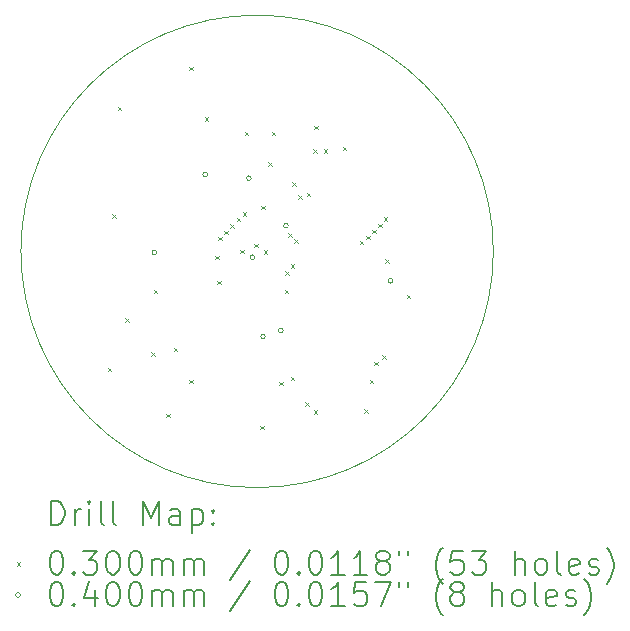
<source format=gbr>
%TF.GenerationSoftware,KiCad,Pcbnew,7.0.10-7.0.10~ubuntu22.04.1*%
%TF.CreationDate,2024-04-10T21:14:16+02:00*%
%TF.ProjectId,STM32_watch_NFC,53544d33-325f-4776-9174-63685f4e4643,rev?*%
%TF.SameCoordinates,Original*%
%TF.FileFunction,Drillmap*%
%TF.FilePolarity,Positive*%
%FSLAX45Y45*%
G04 Gerber Fmt 4.5, Leading zero omitted, Abs format (unit mm)*
G04 Created by KiCad (PCBNEW 7.0.10-7.0.10~ubuntu22.04.1) date 2024-04-10 21:14:16*
%MOMM*%
%LPD*%
G01*
G04 APERTURE LIST*
%ADD10C,0.100000*%
%ADD11C,0.200000*%
G04 APERTURE END LIST*
D10*
X16850000Y-10500000D02*
G75*
G03*
X12850000Y-10500000I-2000000J0D01*
G01*
X12850000Y-10500000D02*
G75*
G03*
X16850000Y-10500000I2000000J0D01*
G01*
D11*
D10*
X13585000Y-11485000D02*
X13615000Y-11515000D01*
X13615000Y-11485000D02*
X13585000Y-11515000D01*
X13625000Y-10185000D02*
X13655000Y-10215000D01*
X13655000Y-10185000D02*
X13625000Y-10215000D01*
X13670000Y-9275000D02*
X13700000Y-9305000D01*
X13700000Y-9275000D02*
X13670000Y-9305000D01*
X13734999Y-11065000D02*
X13764999Y-11095000D01*
X13764999Y-11065000D02*
X13734999Y-11095000D01*
X13955000Y-11355000D02*
X13985000Y-11385000D01*
X13985000Y-11355000D02*
X13955000Y-11385000D01*
X13975000Y-10825000D02*
X14005000Y-10855000D01*
X14005000Y-10825000D02*
X13975000Y-10855000D01*
X14080000Y-11875000D02*
X14110000Y-11905000D01*
X14110000Y-11875000D02*
X14080000Y-11905000D01*
X14145000Y-11315000D02*
X14175000Y-11345000D01*
X14175000Y-11315000D02*
X14145000Y-11345000D01*
X14275000Y-8935000D02*
X14305000Y-8965000D01*
X14305000Y-8935000D02*
X14275000Y-8965000D01*
X14275000Y-11585000D02*
X14305000Y-11615000D01*
X14305000Y-11585000D02*
X14275000Y-11615000D01*
X14405000Y-9365000D02*
X14435000Y-9395000D01*
X14435000Y-9365000D02*
X14405000Y-9395000D01*
X14495000Y-10535000D02*
X14525000Y-10565000D01*
X14525000Y-10535000D02*
X14495000Y-10565000D01*
X14510000Y-10750000D02*
X14540000Y-10780000D01*
X14540000Y-10750000D02*
X14510000Y-10780000D01*
X14519827Y-10375747D02*
X14549827Y-10405747D01*
X14549827Y-10375747D02*
X14519827Y-10405747D01*
X14570000Y-10325000D02*
X14600000Y-10355000D01*
X14600000Y-10325000D02*
X14570000Y-10355000D01*
X14620000Y-10270002D02*
X14650000Y-10300002D01*
X14650000Y-10270002D02*
X14620000Y-10300002D01*
X14676056Y-10215173D02*
X14706056Y-10245173D01*
X14706056Y-10215173D02*
X14676056Y-10245173D01*
X14705000Y-10485000D02*
X14735000Y-10515000D01*
X14735000Y-10485000D02*
X14705000Y-10515000D01*
X14729019Y-10166728D02*
X14759019Y-10196728D01*
X14759019Y-10166728D02*
X14729019Y-10196728D01*
X14745000Y-9485000D02*
X14775000Y-9515000D01*
X14775000Y-9485000D02*
X14745000Y-9515000D01*
X14825816Y-10435000D02*
X14855816Y-10465000D01*
X14855816Y-10435000D02*
X14825816Y-10465000D01*
X14875000Y-11975000D02*
X14905000Y-12005000D01*
X14905000Y-11975000D02*
X14875000Y-12005000D01*
X14885000Y-10115000D02*
X14915000Y-10145000D01*
X14915000Y-10115000D02*
X14885000Y-10145000D01*
X14906331Y-10491080D02*
X14936331Y-10521080D01*
X14936331Y-10491080D02*
X14906331Y-10521080D01*
X14945000Y-9745000D02*
X14975000Y-9775000D01*
X14975000Y-9745000D02*
X14945000Y-9775000D01*
X14975000Y-9485000D02*
X15005000Y-9515000D01*
X15005000Y-9485000D02*
X14975000Y-9515000D01*
X15035000Y-11605000D02*
X15065000Y-11635000D01*
X15065000Y-11605000D02*
X15035000Y-11635000D01*
X15085000Y-10825000D02*
X15115000Y-10855000D01*
X15115000Y-10825000D02*
X15085000Y-10855000D01*
X15087180Y-10667362D02*
X15117180Y-10697362D01*
X15117180Y-10667362D02*
X15087180Y-10697362D01*
X15115000Y-10345000D02*
X15145000Y-10375000D01*
X15145000Y-10345000D02*
X15115000Y-10375000D01*
X15133755Y-10608576D02*
X15163755Y-10638576D01*
X15163755Y-10608576D02*
X15133755Y-10638576D01*
X15135000Y-11560000D02*
X15165000Y-11590000D01*
X15165000Y-11560000D02*
X15135000Y-11590000D01*
X15145000Y-9915000D02*
X15175000Y-9945000D01*
X15175000Y-9915000D02*
X15145000Y-9945000D01*
X15165000Y-10395000D02*
X15195000Y-10425000D01*
X15195000Y-10395000D02*
X15165000Y-10425000D01*
X15199679Y-10026082D02*
X15229679Y-10056082D01*
X15229679Y-10026082D02*
X15199679Y-10056082D01*
X15255000Y-11775000D02*
X15285000Y-11805000D01*
X15285000Y-11775000D02*
X15255000Y-11805000D01*
X15269159Y-10002861D02*
X15299159Y-10032861D01*
X15299159Y-10002861D02*
X15269159Y-10032861D01*
X15325000Y-9635000D02*
X15355000Y-9665000D01*
X15355000Y-9635000D02*
X15325000Y-9665000D01*
X15330000Y-11845000D02*
X15360000Y-11875000D01*
X15360000Y-11845000D02*
X15330000Y-11875000D01*
X15335000Y-9435000D02*
X15365000Y-9465000D01*
X15365000Y-9435000D02*
X15335000Y-9465000D01*
X15415000Y-9635000D02*
X15445000Y-9665000D01*
X15445000Y-9635000D02*
X15415000Y-9665000D01*
X15575000Y-9615000D02*
X15605000Y-9645000D01*
X15605000Y-9615000D02*
X15575000Y-9645000D01*
X15719090Y-10409991D02*
X15749090Y-10439991D01*
X15749090Y-10409991D02*
X15719090Y-10439991D01*
X15755000Y-11835000D02*
X15785000Y-11865000D01*
X15785000Y-11835000D02*
X15755000Y-11865000D01*
X15773485Y-10365839D02*
X15803485Y-10395839D01*
X15803485Y-10365839D02*
X15773485Y-10395839D01*
X15805000Y-11585000D02*
X15835000Y-11615000D01*
X15835000Y-11585000D02*
X15805000Y-11615000D01*
X15824458Y-10317862D02*
X15854458Y-10347862D01*
X15854458Y-10317862D02*
X15824458Y-10347862D01*
X15840000Y-11435000D02*
X15870000Y-11465000D01*
X15870000Y-11435000D02*
X15840000Y-11465000D01*
X15873904Y-10265000D02*
X15903904Y-10295000D01*
X15903904Y-10265000D02*
X15873904Y-10295000D01*
X15910000Y-11380000D02*
X15940000Y-11410000D01*
X15940000Y-11380000D02*
X15910000Y-11410000D01*
X15920000Y-10210000D02*
X15950000Y-10240000D01*
X15950000Y-10210000D02*
X15920000Y-10240000D01*
X15935000Y-10565000D02*
X15965000Y-10595000D01*
X15965000Y-10565000D02*
X15935000Y-10595000D01*
X16115000Y-10865000D02*
X16145000Y-10895000D01*
X16145000Y-10865000D02*
X16115000Y-10895000D01*
X14000000Y-10510000D02*
G75*
G03*
X13960000Y-10510000I-20000J0D01*
G01*
X13960000Y-10510000D02*
G75*
G03*
X14000000Y-10510000I20000J0D01*
G01*
X14430000Y-9850000D02*
G75*
G03*
X14390000Y-9850000I-20000J0D01*
G01*
X14390000Y-9850000D02*
G75*
G03*
X14430000Y-9850000I20000J0D01*
G01*
X14800000Y-9880000D02*
G75*
G03*
X14760000Y-9880000I-20000J0D01*
G01*
X14760000Y-9880000D02*
G75*
G03*
X14800000Y-9880000I20000J0D01*
G01*
X14830000Y-10550000D02*
G75*
G03*
X14790000Y-10550000I-20000J0D01*
G01*
X14790000Y-10550000D02*
G75*
G03*
X14830000Y-10550000I20000J0D01*
G01*
X14920000Y-11220000D02*
G75*
G03*
X14880000Y-11220000I-20000J0D01*
G01*
X14880000Y-11220000D02*
G75*
G03*
X14920000Y-11220000I20000J0D01*
G01*
X15070000Y-11170000D02*
G75*
G03*
X15030000Y-11170000I-20000J0D01*
G01*
X15030000Y-11170000D02*
G75*
G03*
X15070000Y-11170000I20000J0D01*
G01*
X15114055Y-10282974D02*
G75*
G03*
X15074055Y-10282974I-20000J0D01*
G01*
X15074055Y-10282974D02*
G75*
G03*
X15114055Y-10282974I20000J0D01*
G01*
X16000000Y-10750000D02*
G75*
G03*
X15960000Y-10750000I-20000J0D01*
G01*
X15960000Y-10750000D02*
G75*
G03*
X16000000Y-10750000I20000J0D01*
G01*
D11*
X13105777Y-12816484D02*
X13105777Y-12616484D01*
X13105777Y-12616484D02*
X13153396Y-12616484D01*
X13153396Y-12616484D02*
X13181967Y-12626008D01*
X13181967Y-12626008D02*
X13201015Y-12645055D01*
X13201015Y-12645055D02*
X13210539Y-12664103D01*
X13210539Y-12664103D02*
X13220062Y-12702198D01*
X13220062Y-12702198D02*
X13220062Y-12730769D01*
X13220062Y-12730769D02*
X13210539Y-12768865D01*
X13210539Y-12768865D02*
X13201015Y-12787912D01*
X13201015Y-12787912D02*
X13181967Y-12806960D01*
X13181967Y-12806960D02*
X13153396Y-12816484D01*
X13153396Y-12816484D02*
X13105777Y-12816484D01*
X13305777Y-12816484D02*
X13305777Y-12683150D01*
X13305777Y-12721246D02*
X13315301Y-12702198D01*
X13315301Y-12702198D02*
X13324824Y-12692674D01*
X13324824Y-12692674D02*
X13343872Y-12683150D01*
X13343872Y-12683150D02*
X13362920Y-12683150D01*
X13429586Y-12816484D02*
X13429586Y-12683150D01*
X13429586Y-12616484D02*
X13420062Y-12626008D01*
X13420062Y-12626008D02*
X13429586Y-12635531D01*
X13429586Y-12635531D02*
X13439110Y-12626008D01*
X13439110Y-12626008D02*
X13429586Y-12616484D01*
X13429586Y-12616484D02*
X13429586Y-12635531D01*
X13553396Y-12816484D02*
X13534348Y-12806960D01*
X13534348Y-12806960D02*
X13524824Y-12787912D01*
X13524824Y-12787912D02*
X13524824Y-12616484D01*
X13658158Y-12816484D02*
X13639110Y-12806960D01*
X13639110Y-12806960D02*
X13629586Y-12787912D01*
X13629586Y-12787912D02*
X13629586Y-12616484D01*
X13886729Y-12816484D02*
X13886729Y-12616484D01*
X13886729Y-12616484D02*
X13953396Y-12759341D01*
X13953396Y-12759341D02*
X14020062Y-12616484D01*
X14020062Y-12616484D02*
X14020062Y-12816484D01*
X14201015Y-12816484D02*
X14201015Y-12711722D01*
X14201015Y-12711722D02*
X14191491Y-12692674D01*
X14191491Y-12692674D02*
X14172443Y-12683150D01*
X14172443Y-12683150D02*
X14134348Y-12683150D01*
X14134348Y-12683150D02*
X14115301Y-12692674D01*
X14201015Y-12806960D02*
X14181967Y-12816484D01*
X14181967Y-12816484D02*
X14134348Y-12816484D01*
X14134348Y-12816484D02*
X14115301Y-12806960D01*
X14115301Y-12806960D02*
X14105777Y-12787912D01*
X14105777Y-12787912D02*
X14105777Y-12768865D01*
X14105777Y-12768865D02*
X14115301Y-12749817D01*
X14115301Y-12749817D02*
X14134348Y-12740293D01*
X14134348Y-12740293D02*
X14181967Y-12740293D01*
X14181967Y-12740293D02*
X14201015Y-12730769D01*
X14296253Y-12683150D02*
X14296253Y-12883150D01*
X14296253Y-12692674D02*
X14315301Y-12683150D01*
X14315301Y-12683150D02*
X14353396Y-12683150D01*
X14353396Y-12683150D02*
X14372443Y-12692674D01*
X14372443Y-12692674D02*
X14381967Y-12702198D01*
X14381967Y-12702198D02*
X14391491Y-12721246D01*
X14391491Y-12721246D02*
X14391491Y-12778388D01*
X14391491Y-12778388D02*
X14381967Y-12797436D01*
X14381967Y-12797436D02*
X14372443Y-12806960D01*
X14372443Y-12806960D02*
X14353396Y-12816484D01*
X14353396Y-12816484D02*
X14315301Y-12816484D01*
X14315301Y-12816484D02*
X14296253Y-12806960D01*
X14477205Y-12797436D02*
X14486729Y-12806960D01*
X14486729Y-12806960D02*
X14477205Y-12816484D01*
X14477205Y-12816484D02*
X14467682Y-12806960D01*
X14467682Y-12806960D02*
X14477205Y-12797436D01*
X14477205Y-12797436D02*
X14477205Y-12816484D01*
X14477205Y-12692674D02*
X14486729Y-12702198D01*
X14486729Y-12702198D02*
X14477205Y-12711722D01*
X14477205Y-12711722D02*
X14467682Y-12702198D01*
X14467682Y-12702198D02*
X14477205Y-12692674D01*
X14477205Y-12692674D02*
X14477205Y-12711722D01*
D10*
X12815000Y-13130000D02*
X12845000Y-13160000D01*
X12845000Y-13130000D02*
X12815000Y-13160000D01*
D11*
X13143872Y-13036484D02*
X13162920Y-13036484D01*
X13162920Y-13036484D02*
X13181967Y-13046008D01*
X13181967Y-13046008D02*
X13191491Y-13055531D01*
X13191491Y-13055531D02*
X13201015Y-13074579D01*
X13201015Y-13074579D02*
X13210539Y-13112674D01*
X13210539Y-13112674D02*
X13210539Y-13160293D01*
X13210539Y-13160293D02*
X13201015Y-13198388D01*
X13201015Y-13198388D02*
X13191491Y-13217436D01*
X13191491Y-13217436D02*
X13181967Y-13226960D01*
X13181967Y-13226960D02*
X13162920Y-13236484D01*
X13162920Y-13236484D02*
X13143872Y-13236484D01*
X13143872Y-13236484D02*
X13124824Y-13226960D01*
X13124824Y-13226960D02*
X13115301Y-13217436D01*
X13115301Y-13217436D02*
X13105777Y-13198388D01*
X13105777Y-13198388D02*
X13096253Y-13160293D01*
X13096253Y-13160293D02*
X13096253Y-13112674D01*
X13096253Y-13112674D02*
X13105777Y-13074579D01*
X13105777Y-13074579D02*
X13115301Y-13055531D01*
X13115301Y-13055531D02*
X13124824Y-13046008D01*
X13124824Y-13046008D02*
X13143872Y-13036484D01*
X13296253Y-13217436D02*
X13305777Y-13226960D01*
X13305777Y-13226960D02*
X13296253Y-13236484D01*
X13296253Y-13236484D02*
X13286729Y-13226960D01*
X13286729Y-13226960D02*
X13296253Y-13217436D01*
X13296253Y-13217436D02*
X13296253Y-13236484D01*
X13372443Y-13036484D02*
X13496253Y-13036484D01*
X13496253Y-13036484D02*
X13429586Y-13112674D01*
X13429586Y-13112674D02*
X13458158Y-13112674D01*
X13458158Y-13112674D02*
X13477205Y-13122198D01*
X13477205Y-13122198D02*
X13486729Y-13131722D01*
X13486729Y-13131722D02*
X13496253Y-13150769D01*
X13496253Y-13150769D02*
X13496253Y-13198388D01*
X13496253Y-13198388D02*
X13486729Y-13217436D01*
X13486729Y-13217436D02*
X13477205Y-13226960D01*
X13477205Y-13226960D02*
X13458158Y-13236484D01*
X13458158Y-13236484D02*
X13401015Y-13236484D01*
X13401015Y-13236484D02*
X13381967Y-13226960D01*
X13381967Y-13226960D02*
X13372443Y-13217436D01*
X13620062Y-13036484D02*
X13639110Y-13036484D01*
X13639110Y-13036484D02*
X13658158Y-13046008D01*
X13658158Y-13046008D02*
X13667682Y-13055531D01*
X13667682Y-13055531D02*
X13677205Y-13074579D01*
X13677205Y-13074579D02*
X13686729Y-13112674D01*
X13686729Y-13112674D02*
X13686729Y-13160293D01*
X13686729Y-13160293D02*
X13677205Y-13198388D01*
X13677205Y-13198388D02*
X13667682Y-13217436D01*
X13667682Y-13217436D02*
X13658158Y-13226960D01*
X13658158Y-13226960D02*
X13639110Y-13236484D01*
X13639110Y-13236484D02*
X13620062Y-13236484D01*
X13620062Y-13236484D02*
X13601015Y-13226960D01*
X13601015Y-13226960D02*
X13591491Y-13217436D01*
X13591491Y-13217436D02*
X13581967Y-13198388D01*
X13581967Y-13198388D02*
X13572443Y-13160293D01*
X13572443Y-13160293D02*
X13572443Y-13112674D01*
X13572443Y-13112674D02*
X13581967Y-13074579D01*
X13581967Y-13074579D02*
X13591491Y-13055531D01*
X13591491Y-13055531D02*
X13601015Y-13046008D01*
X13601015Y-13046008D02*
X13620062Y-13036484D01*
X13810539Y-13036484D02*
X13829586Y-13036484D01*
X13829586Y-13036484D02*
X13848634Y-13046008D01*
X13848634Y-13046008D02*
X13858158Y-13055531D01*
X13858158Y-13055531D02*
X13867682Y-13074579D01*
X13867682Y-13074579D02*
X13877205Y-13112674D01*
X13877205Y-13112674D02*
X13877205Y-13160293D01*
X13877205Y-13160293D02*
X13867682Y-13198388D01*
X13867682Y-13198388D02*
X13858158Y-13217436D01*
X13858158Y-13217436D02*
X13848634Y-13226960D01*
X13848634Y-13226960D02*
X13829586Y-13236484D01*
X13829586Y-13236484D02*
X13810539Y-13236484D01*
X13810539Y-13236484D02*
X13791491Y-13226960D01*
X13791491Y-13226960D02*
X13781967Y-13217436D01*
X13781967Y-13217436D02*
X13772443Y-13198388D01*
X13772443Y-13198388D02*
X13762920Y-13160293D01*
X13762920Y-13160293D02*
X13762920Y-13112674D01*
X13762920Y-13112674D02*
X13772443Y-13074579D01*
X13772443Y-13074579D02*
X13781967Y-13055531D01*
X13781967Y-13055531D02*
X13791491Y-13046008D01*
X13791491Y-13046008D02*
X13810539Y-13036484D01*
X13962920Y-13236484D02*
X13962920Y-13103150D01*
X13962920Y-13122198D02*
X13972443Y-13112674D01*
X13972443Y-13112674D02*
X13991491Y-13103150D01*
X13991491Y-13103150D02*
X14020063Y-13103150D01*
X14020063Y-13103150D02*
X14039110Y-13112674D01*
X14039110Y-13112674D02*
X14048634Y-13131722D01*
X14048634Y-13131722D02*
X14048634Y-13236484D01*
X14048634Y-13131722D02*
X14058158Y-13112674D01*
X14058158Y-13112674D02*
X14077205Y-13103150D01*
X14077205Y-13103150D02*
X14105777Y-13103150D01*
X14105777Y-13103150D02*
X14124824Y-13112674D01*
X14124824Y-13112674D02*
X14134348Y-13131722D01*
X14134348Y-13131722D02*
X14134348Y-13236484D01*
X14229586Y-13236484D02*
X14229586Y-13103150D01*
X14229586Y-13122198D02*
X14239110Y-13112674D01*
X14239110Y-13112674D02*
X14258158Y-13103150D01*
X14258158Y-13103150D02*
X14286729Y-13103150D01*
X14286729Y-13103150D02*
X14305777Y-13112674D01*
X14305777Y-13112674D02*
X14315301Y-13131722D01*
X14315301Y-13131722D02*
X14315301Y-13236484D01*
X14315301Y-13131722D02*
X14324824Y-13112674D01*
X14324824Y-13112674D02*
X14343872Y-13103150D01*
X14343872Y-13103150D02*
X14372443Y-13103150D01*
X14372443Y-13103150D02*
X14391491Y-13112674D01*
X14391491Y-13112674D02*
X14401015Y-13131722D01*
X14401015Y-13131722D02*
X14401015Y-13236484D01*
X14791491Y-13026960D02*
X14620063Y-13284103D01*
X15048634Y-13036484D02*
X15067682Y-13036484D01*
X15067682Y-13036484D02*
X15086729Y-13046008D01*
X15086729Y-13046008D02*
X15096253Y-13055531D01*
X15096253Y-13055531D02*
X15105777Y-13074579D01*
X15105777Y-13074579D02*
X15115301Y-13112674D01*
X15115301Y-13112674D02*
X15115301Y-13160293D01*
X15115301Y-13160293D02*
X15105777Y-13198388D01*
X15105777Y-13198388D02*
X15096253Y-13217436D01*
X15096253Y-13217436D02*
X15086729Y-13226960D01*
X15086729Y-13226960D02*
X15067682Y-13236484D01*
X15067682Y-13236484D02*
X15048634Y-13236484D01*
X15048634Y-13236484D02*
X15029586Y-13226960D01*
X15029586Y-13226960D02*
X15020063Y-13217436D01*
X15020063Y-13217436D02*
X15010539Y-13198388D01*
X15010539Y-13198388D02*
X15001015Y-13160293D01*
X15001015Y-13160293D02*
X15001015Y-13112674D01*
X15001015Y-13112674D02*
X15010539Y-13074579D01*
X15010539Y-13074579D02*
X15020063Y-13055531D01*
X15020063Y-13055531D02*
X15029586Y-13046008D01*
X15029586Y-13046008D02*
X15048634Y-13036484D01*
X15201015Y-13217436D02*
X15210539Y-13226960D01*
X15210539Y-13226960D02*
X15201015Y-13236484D01*
X15201015Y-13236484D02*
X15191491Y-13226960D01*
X15191491Y-13226960D02*
X15201015Y-13217436D01*
X15201015Y-13217436D02*
X15201015Y-13236484D01*
X15334348Y-13036484D02*
X15353396Y-13036484D01*
X15353396Y-13036484D02*
X15372444Y-13046008D01*
X15372444Y-13046008D02*
X15381967Y-13055531D01*
X15381967Y-13055531D02*
X15391491Y-13074579D01*
X15391491Y-13074579D02*
X15401015Y-13112674D01*
X15401015Y-13112674D02*
X15401015Y-13160293D01*
X15401015Y-13160293D02*
X15391491Y-13198388D01*
X15391491Y-13198388D02*
X15381967Y-13217436D01*
X15381967Y-13217436D02*
X15372444Y-13226960D01*
X15372444Y-13226960D02*
X15353396Y-13236484D01*
X15353396Y-13236484D02*
X15334348Y-13236484D01*
X15334348Y-13236484D02*
X15315301Y-13226960D01*
X15315301Y-13226960D02*
X15305777Y-13217436D01*
X15305777Y-13217436D02*
X15296253Y-13198388D01*
X15296253Y-13198388D02*
X15286729Y-13160293D01*
X15286729Y-13160293D02*
X15286729Y-13112674D01*
X15286729Y-13112674D02*
X15296253Y-13074579D01*
X15296253Y-13074579D02*
X15305777Y-13055531D01*
X15305777Y-13055531D02*
X15315301Y-13046008D01*
X15315301Y-13046008D02*
X15334348Y-13036484D01*
X15591491Y-13236484D02*
X15477206Y-13236484D01*
X15534348Y-13236484D02*
X15534348Y-13036484D01*
X15534348Y-13036484D02*
X15515301Y-13065055D01*
X15515301Y-13065055D02*
X15496253Y-13084103D01*
X15496253Y-13084103D02*
X15477206Y-13093627D01*
X15781967Y-13236484D02*
X15667682Y-13236484D01*
X15724825Y-13236484D02*
X15724825Y-13036484D01*
X15724825Y-13036484D02*
X15705777Y-13065055D01*
X15705777Y-13065055D02*
X15686729Y-13084103D01*
X15686729Y-13084103D02*
X15667682Y-13093627D01*
X15896253Y-13122198D02*
X15877206Y-13112674D01*
X15877206Y-13112674D02*
X15867682Y-13103150D01*
X15867682Y-13103150D02*
X15858158Y-13084103D01*
X15858158Y-13084103D02*
X15858158Y-13074579D01*
X15858158Y-13074579D02*
X15867682Y-13055531D01*
X15867682Y-13055531D02*
X15877206Y-13046008D01*
X15877206Y-13046008D02*
X15896253Y-13036484D01*
X15896253Y-13036484D02*
X15934348Y-13036484D01*
X15934348Y-13036484D02*
X15953396Y-13046008D01*
X15953396Y-13046008D02*
X15962920Y-13055531D01*
X15962920Y-13055531D02*
X15972444Y-13074579D01*
X15972444Y-13074579D02*
X15972444Y-13084103D01*
X15972444Y-13084103D02*
X15962920Y-13103150D01*
X15962920Y-13103150D02*
X15953396Y-13112674D01*
X15953396Y-13112674D02*
X15934348Y-13122198D01*
X15934348Y-13122198D02*
X15896253Y-13122198D01*
X15896253Y-13122198D02*
X15877206Y-13131722D01*
X15877206Y-13131722D02*
X15867682Y-13141246D01*
X15867682Y-13141246D02*
X15858158Y-13160293D01*
X15858158Y-13160293D02*
X15858158Y-13198388D01*
X15858158Y-13198388D02*
X15867682Y-13217436D01*
X15867682Y-13217436D02*
X15877206Y-13226960D01*
X15877206Y-13226960D02*
X15896253Y-13236484D01*
X15896253Y-13236484D02*
X15934348Y-13236484D01*
X15934348Y-13236484D02*
X15953396Y-13226960D01*
X15953396Y-13226960D02*
X15962920Y-13217436D01*
X15962920Y-13217436D02*
X15972444Y-13198388D01*
X15972444Y-13198388D02*
X15972444Y-13160293D01*
X15972444Y-13160293D02*
X15962920Y-13141246D01*
X15962920Y-13141246D02*
X15953396Y-13131722D01*
X15953396Y-13131722D02*
X15934348Y-13122198D01*
X16048634Y-13036484D02*
X16048634Y-13074579D01*
X16124825Y-13036484D02*
X16124825Y-13074579D01*
X16420063Y-13312674D02*
X16410539Y-13303150D01*
X16410539Y-13303150D02*
X16391491Y-13274579D01*
X16391491Y-13274579D02*
X16381968Y-13255531D01*
X16381968Y-13255531D02*
X16372444Y-13226960D01*
X16372444Y-13226960D02*
X16362920Y-13179341D01*
X16362920Y-13179341D02*
X16362920Y-13141246D01*
X16362920Y-13141246D02*
X16372444Y-13093627D01*
X16372444Y-13093627D02*
X16381968Y-13065055D01*
X16381968Y-13065055D02*
X16391491Y-13046008D01*
X16391491Y-13046008D02*
X16410539Y-13017436D01*
X16410539Y-13017436D02*
X16420063Y-13007912D01*
X16591491Y-13036484D02*
X16496253Y-13036484D01*
X16496253Y-13036484D02*
X16486729Y-13131722D01*
X16486729Y-13131722D02*
X16496253Y-13122198D01*
X16496253Y-13122198D02*
X16515301Y-13112674D01*
X16515301Y-13112674D02*
X16562920Y-13112674D01*
X16562920Y-13112674D02*
X16581968Y-13122198D01*
X16581968Y-13122198D02*
X16591491Y-13131722D01*
X16591491Y-13131722D02*
X16601015Y-13150769D01*
X16601015Y-13150769D02*
X16601015Y-13198388D01*
X16601015Y-13198388D02*
X16591491Y-13217436D01*
X16591491Y-13217436D02*
X16581968Y-13226960D01*
X16581968Y-13226960D02*
X16562920Y-13236484D01*
X16562920Y-13236484D02*
X16515301Y-13236484D01*
X16515301Y-13236484D02*
X16496253Y-13226960D01*
X16496253Y-13226960D02*
X16486729Y-13217436D01*
X16667682Y-13036484D02*
X16791491Y-13036484D01*
X16791491Y-13036484D02*
X16724825Y-13112674D01*
X16724825Y-13112674D02*
X16753396Y-13112674D01*
X16753396Y-13112674D02*
X16772444Y-13122198D01*
X16772444Y-13122198D02*
X16781968Y-13131722D01*
X16781968Y-13131722D02*
X16791491Y-13150769D01*
X16791491Y-13150769D02*
X16791491Y-13198388D01*
X16791491Y-13198388D02*
X16781968Y-13217436D01*
X16781968Y-13217436D02*
X16772444Y-13226960D01*
X16772444Y-13226960D02*
X16753396Y-13236484D01*
X16753396Y-13236484D02*
X16696253Y-13236484D01*
X16696253Y-13236484D02*
X16677206Y-13226960D01*
X16677206Y-13226960D02*
X16667682Y-13217436D01*
X17029587Y-13236484D02*
X17029587Y-13036484D01*
X17115301Y-13236484D02*
X17115301Y-13131722D01*
X17115301Y-13131722D02*
X17105777Y-13112674D01*
X17105777Y-13112674D02*
X17086730Y-13103150D01*
X17086730Y-13103150D02*
X17058158Y-13103150D01*
X17058158Y-13103150D02*
X17039111Y-13112674D01*
X17039111Y-13112674D02*
X17029587Y-13122198D01*
X17239111Y-13236484D02*
X17220063Y-13226960D01*
X17220063Y-13226960D02*
X17210539Y-13217436D01*
X17210539Y-13217436D02*
X17201015Y-13198388D01*
X17201015Y-13198388D02*
X17201015Y-13141246D01*
X17201015Y-13141246D02*
X17210539Y-13122198D01*
X17210539Y-13122198D02*
X17220063Y-13112674D01*
X17220063Y-13112674D02*
X17239111Y-13103150D01*
X17239111Y-13103150D02*
X17267682Y-13103150D01*
X17267682Y-13103150D02*
X17286730Y-13112674D01*
X17286730Y-13112674D02*
X17296253Y-13122198D01*
X17296253Y-13122198D02*
X17305777Y-13141246D01*
X17305777Y-13141246D02*
X17305777Y-13198388D01*
X17305777Y-13198388D02*
X17296253Y-13217436D01*
X17296253Y-13217436D02*
X17286730Y-13226960D01*
X17286730Y-13226960D02*
X17267682Y-13236484D01*
X17267682Y-13236484D02*
X17239111Y-13236484D01*
X17420063Y-13236484D02*
X17401015Y-13226960D01*
X17401015Y-13226960D02*
X17391492Y-13207912D01*
X17391492Y-13207912D02*
X17391492Y-13036484D01*
X17572444Y-13226960D02*
X17553396Y-13236484D01*
X17553396Y-13236484D02*
X17515301Y-13236484D01*
X17515301Y-13236484D02*
X17496253Y-13226960D01*
X17496253Y-13226960D02*
X17486730Y-13207912D01*
X17486730Y-13207912D02*
X17486730Y-13131722D01*
X17486730Y-13131722D02*
X17496253Y-13112674D01*
X17496253Y-13112674D02*
X17515301Y-13103150D01*
X17515301Y-13103150D02*
X17553396Y-13103150D01*
X17553396Y-13103150D02*
X17572444Y-13112674D01*
X17572444Y-13112674D02*
X17581968Y-13131722D01*
X17581968Y-13131722D02*
X17581968Y-13150769D01*
X17581968Y-13150769D02*
X17486730Y-13169817D01*
X17658158Y-13226960D02*
X17677206Y-13236484D01*
X17677206Y-13236484D02*
X17715301Y-13236484D01*
X17715301Y-13236484D02*
X17734349Y-13226960D01*
X17734349Y-13226960D02*
X17743873Y-13207912D01*
X17743873Y-13207912D02*
X17743873Y-13198388D01*
X17743873Y-13198388D02*
X17734349Y-13179341D01*
X17734349Y-13179341D02*
X17715301Y-13169817D01*
X17715301Y-13169817D02*
X17686730Y-13169817D01*
X17686730Y-13169817D02*
X17667682Y-13160293D01*
X17667682Y-13160293D02*
X17658158Y-13141246D01*
X17658158Y-13141246D02*
X17658158Y-13131722D01*
X17658158Y-13131722D02*
X17667682Y-13112674D01*
X17667682Y-13112674D02*
X17686730Y-13103150D01*
X17686730Y-13103150D02*
X17715301Y-13103150D01*
X17715301Y-13103150D02*
X17734349Y-13112674D01*
X17810539Y-13312674D02*
X17820063Y-13303150D01*
X17820063Y-13303150D02*
X17839111Y-13274579D01*
X17839111Y-13274579D02*
X17848634Y-13255531D01*
X17848634Y-13255531D02*
X17858158Y-13226960D01*
X17858158Y-13226960D02*
X17867682Y-13179341D01*
X17867682Y-13179341D02*
X17867682Y-13141246D01*
X17867682Y-13141246D02*
X17858158Y-13093627D01*
X17858158Y-13093627D02*
X17848634Y-13065055D01*
X17848634Y-13065055D02*
X17839111Y-13046008D01*
X17839111Y-13046008D02*
X17820063Y-13017436D01*
X17820063Y-13017436D02*
X17810539Y-13007912D01*
D10*
X12845000Y-13409000D02*
G75*
G03*
X12805000Y-13409000I-20000J0D01*
G01*
X12805000Y-13409000D02*
G75*
G03*
X12845000Y-13409000I20000J0D01*
G01*
D11*
X13143872Y-13300484D02*
X13162920Y-13300484D01*
X13162920Y-13300484D02*
X13181967Y-13310008D01*
X13181967Y-13310008D02*
X13191491Y-13319531D01*
X13191491Y-13319531D02*
X13201015Y-13338579D01*
X13201015Y-13338579D02*
X13210539Y-13376674D01*
X13210539Y-13376674D02*
X13210539Y-13424293D01*
X13210539Y-13424293D02*
X13201015Y-13462388D01*
X13201015Y-13462388D02*
X13191491Y-13481436D01*
X13191491Y-13481436D02*
X13181967Y-13490960D01*
X13181967Y-13490960D02*
X13162920Y-13500484D01*
X13162920Y-13500484D02*
X13143872Y-13500484D01*
X13143872Y-13500484D02*
X13124824Y-13490960D01*
X13124824Y-13490960D02*
X13115301Y-13481436D01*
X13115301Y-13481436D02*
X13105777Y-13462388D01*
X13105777Y-13462388D02*
X13096253Y-13424293D01*
X13096253Y-13424293D02*
X13096253Y-13376674D01*
X13096253Y-13376674D02*
X13105777Y-13338579D01*
X13105777Y-13338579D02*
X13115301Y-13319531D01*
X13115301Y-13319531D02*
X13124824Y-13310008D01*
X13124824Y-13310008D02*
X13143872Y-13300484D01*
X13296253Y-13481436D02*
X13305777Y-13490960D01*
X13305777Y-13490960D02*
X13296253Y-13500484D01*
X13296253Y-13500484D02*
X13286729Y-13490960D01*
X13286729Y-13490960D02*
X13296253Y-13481436D01*
X13296253Y-13481436D02*
X13296253Y-13500484D01*
X13477205Y-13367150D02*
X13477205Y-13500484D01*
X13429586Y-13290960D02*
X13381967Y-13433817D01*
X13381967Y-13433817D02*
X13505777Y-13433817D01*
X13620062Y-13300484D02*
X13639110Y-13300484D01*
X13639110Y-13300484D02*
X13658158Y-13310008D01*
X13658158Y-13310008D02*
X13667682Y-13319531D01*
X13667682Y-13319531D02*
X13677205Y-13338579D01*
X13677205Y-13338579D02*
X13686729Y-13376674D01*
X13686729Y-13376674D02*
X13686729Y-13424293D01*
X13686729Y-13424293D02*
X13677205Y-13462388D01*
X13677205Y-13462388D02*
X13667682Y-13481436D01*
X13667682Y-13481436D02*
X13658158Y-13490960D01*
X13658158Y-13490960D02*
X13639110Y-13500484D01*
X13639110Y-13500484D02*
X13620062Y-13500484D01*
X13620062Y-13500484D02*
X13601015Y-13490960D01*
X13601015Y-13490960D02*
X13591491Y-13481436D01*
X13591491Y-13481436D02*
X13581967Y-13462388D01*
X13581967Y-13462388D02*
X13572443Y-13424293D01*
X13572443Y-13424293D02*
X13572443Y-13376674D01*
X13572443Y-13376674D02*
X13581967Y-13338579D01*
X13581967Y-13338579D02*
X13591491Y-13319531D01*
X13591491Y-13319531D02*
X13601015Y-13310008D01*
X13601015Y-13310008D02*
X13620062Y-13300484D01*
X13810539Y-13300484D02*
X13829586Y-13300484D01*
X13829586Y-13300484D02*
X13848634Y-13310008D01*
X13848634Y-13310008D02*
X13858158Y-13319531D01*
X13858158Y-13319531D02*
X13867682Y-13338579D01*
X13867682Y-13338579D02*
X13877205Y-13376674D01*
X13877205Y-13376674D02*
X13877205Y-13424293D01*
X13877205Y-13424293D02*
X13867682Y-13462388D01*
X13867682Y-13462388D02*
X13858158Y-13481436D01*
X13858158Y-13481436D02*
X13848634Y-13490960D01*
X13848634Y-13490960D02*
X13829586Y-13500484D01*
X13829586Y-13500484D02*
X13810539Y-13500484D01*
X13810539Y-13500484D02*
X13791491Y-13490960D01*
X13791491Y-13490960D02*
X13781967Y-13481436D01*
X13781967Y-13481436D02*
X13772443Y-13462388D01*
X13772443Y-13462388D02*
X13762920Y-13424293D01*
X13762920Y-13424293D02*
X13762920Y-13376674D01*
X13762920Y-13376674D02*
X13772443Y-13338579D01*
X13772443Y-13338579D02*
X13781967Y-13319531D01*
X13781967Y-13319531D02*
X13791491Y-13310008D01*
X13791491Y-13310008D02*
X13810539Y-13300484D01*
X13962920Y-13500484D02*
X13962920Y-13367150D01*
X13962920Y-13386198D02*
X13972443Y-13376674D01*
X13972443Y-13376674D02*
X13991491Y-13367150D01*
X13991491Y-13367150D02*
X14020063Y-13367150D01*
X14020063Y-13367150D02*
X14039110Y-13376674D01*
X14039110Y-13376674D02*
X14048634Y-13395722D01*
X14048634Y-13395722D02*
X14048634Y-13500484D01*
X14048634Y-13395722D02*
X14058158Y-13376674D01*
X14058158Y-13376674D02*
X14077205Y-13367150D01*
X14077205Y-13367150D02*
X14105777Y-13367150D01*
X14105777Y-13367150D02*
X14124824Y-13376674D01*
X14124824Y-13376674D02*
X14134348Y-13395722D01*
X14134348Y-13395722D02*
X14134348Y-13500484D01*
X14229586Y-13500484D02*
X14229586Y-13367150D01*
X14229586Y-13386198D02*
X14239110Y-13376674D01*
X14239110Y-13376674D02*
X14258158Y-13367150D01*
X14258158Y-13367150D02*
X14286729Y-13367150D01*
X14286729Y-13367150D02*
X14305777Y-13376674D01*
X14305777Y-13376674D02*
X14315301Y-13395722D01*
X14315301Y-13395722D02*
X14315301Y-13500484D01*
X14315301Y-13395722D02*
X14324824Y-13376674D01*
X14324824Y-13376674D02*
X14343872Y-13367150D01*
X14343872Y-13367150D02*
X14372443Y-13367150D01*
X14372443Y-13367150D02*
X14391491Y-13376674D01*
X14391491Y-13376674D02*
X14401015Y-13395722D01*
X14401015Y-13395722D02*
X14401015Y-13500484D01*
X14791491Y-13290960D02*
X14620063Y-13548103D01*
X15048634Y-13300484D02*
X15067682Y-13300484D01*
X15067682Y-13300484D02*
X15086729Y-13310008D01*
X15086729Y-13310008D02*
X15096253Y-13319531D01*
X15096253Y-13319531D02*
X15105777Y-13338579D01*
X15105777Y-13338579D02*
X15115301Y-13376674D01*
X15115301Y-13376674D02*
X15115301Y-13424293D01*
X15115301Y-13424293D02*
X15105777Y-13462388D01*
X15105777Y-13462388D02*
X15096253Y-13481436D01*
X15096253Y-13481436D02*
X15086729Y-13490960D01*
X15086729Y-13490960D02*
X15067682Y-13500484D01*
X15067682Y-13500484D02*
X15048634Y-13500484D01*
X15048634Y-13500484D02*
X15029586Y-13490960D01*
X15029586Y-13490960D02*
X15020063Y-13481436D01*
X15020063Y-13481436D02*
X15010539Y-13462388D01*
X15010539Y-13462388D02*
X15001015Y-13424293D01*
X15001015Y-13424293D02*
X15001015Y-13376674D01*
X15001015Y-13376674D02*
X15010539Y-13338579D01*
X15010539Y-13338579D02*
X15020063Y-13319531D01*
X15020063Y-13319531D02*
X15029586Y-13310008D01*
X15029586Y-13310008D02*
X15048634Y-13300484D01*
X15201015Y-13481436D02*
X15210539Y-13490960D01*
X15210539Y-13490960D02*
X15201015Y-13500484D01*
X15201015Y-13500484D02*
X15191491Y-13490960D01*
X15191491Y-13490960D02*
X15201015Y-13481436D01*
X15201015Y-13481436D02*
X15201015Y-13500484D01*
X15334348Y-13300484D02*
X15353396Y-13300484D01*
X15353396Y-13300484D02*
X15372444Y-13310008D01*
X15372444Y-13310008D02*
X15381967Y-13319531D01*
X15381967Y-13319531D02*
X15391491Y-13338579D01*
X15391491Y-13338579D02*
X15401015Y-13376674D01*
X15401015Y-13376674D02*
X15401015Y-13424293D01*
X15401015Y-13424293D02*
X15391491Y-13462388D01*
X15391491Y-13462388D02*
X15381967Y-13481436D01*
X15381967Y-13481436D02*
X15372444Y-13490960D01*
X15372444Y-13490960D02*
X15353396Y-13500484D01*
X15353396Y-13500484D02*
X15334348Y-13500484D01*
X15334348Y-13500484D02*
X15315301Y-13490960D01*
X15315301Y-13490960D02*
X15305777Y-13481436D01*
X15305777Y-13481436D02*
X15296253Y-13462388D01*
X15296253Y-13462388D02*
X15286729Y-13424293D01*
X15286729Y-13424293D02*
X15286729Y-13376674D01*
X15286729Y-13376674D02*
X15296253Y-13338579D01*
X15296253Y-13338579D02*
X15305777Y-13319531D01*
X15305777Y-13319531D02*
X15315301Y-13310008D01*
X15315301Y-13310008D02*
X15334348Y-13300484D01*
X15591491Y-13500484D02*
X15477206Y-13500484D01*
X15534348Y-13500484D02*
X15534348Y-13300484D01*
X15534348Y-13300484D02*
X15515301Y-13329055D01*
X15515301Y-13329055D02*
X15496253Y-13348103D01*
X15496253Y-13348103D02*
X15477206Y-13357627D01*
X15772444Y-13300484D02*
X15677206Y-13300484D01*
X15677206Y-13300484D02*
X15667682Y-13395722D01*
X15667682Y-13395722D02*
X15677206Y-13386198D01*
X15677206Y-13386198D02*
X15696253Y-13376674D01*
X15696253Y-13376674D02*
X15743872Y-13376674D01*
X15743872Y-13376674D02*
X15762920Y-13386198D01*
X15762920Y-13386198D02*
X15772444Y-13395722D01*
X15772444Y-13395722D02*
X15781967Y-13414769D01*
X15781967Y-13414769D02*
X15781967Y-13462388D01*
X15781967Y-13462388D02*
X15772444Y-13481436D01*
X15772444Y-13481436D02*
X15762920Y-13490960D01*
X15762920Y-13490960D02*
X15743872Y-13500484D01*
X15743872Y-13500484D02*
X15696253Y-13500484D01*
X15696253Y-13500484D02*
X15677206Y-13490960D01*
X15677206Y-13490960D02*
X15667682Y-13481436D01*
X15848634Y-13300484D02*
X15981967Y-13300484D01*
X15981967Y-13300484D02*
X15896253Y-13500484D01*
X16048634Y-13300484D02*
X16048634Y-13338579D01*
X16124825Y-13300484D02*
X16124825Y-13338579D01*
X16420063Y-13576674D02*
X16410539Y-13567150D01*
X16410539Y-13567150D02*
X16391491Y-13538579D01*
X16391491Y-13538579D02*
X16381968Y-13519531D01*
X16381968Y-13519531D02*
X16372444Y-13490960D01*
X16372444Y-13490960D02*
X16362920Y-13443341D01*
X16362920Y-13443341D02*
X16362920Y-13405246D01*
X16362920Y-13405246D02*
X16372444Y-13357627D01*
X16372444Y-13357627D02*
X16381968Y-13329055D01*
X16381968Y-13329055D02*
X16391491Y-13310008D01*
X16391491Y-13310008D02*
X16410539Y-13281436D01*
X16410539Y-13281436D02*
X16420063Y-13271912D01*
X16524825Y-13386198D02*
X16505777Y-13376674D01*
X16505777Y-13376674D02*
X16496253Y-13367150D01*
X16496253Y-13367150D02*
X16486729Y-13348103D01*
X16486729Y-13348103D02*
X16486729Y-13338579D01*
X16486729Y-13338579D02*
X16496253Y-13319531D01*
X16496253Y-13319531D02*
X16505777Y-13310008D01*
X16505777Y-13310008D02*
X16524825Y-13300484D01*
X16524825Y-13300484D02*
X16562920Y-13300484D01*
X16562920Y-13300484D02*
X16581968Y-13310008D01*
X16581968Y-13310008D02*
X16591491Y-13319531D01*
X16591491Y-13319531D02*
X16601015Y-13338579D01*
X16601015Y-13338579D02*
X16601015Y-13348103D01*
X16601015Y-13348103D02*
X16591491Y-13367150D01*
X16591491Y-13367150D02*
X16581968Y-13376674D01*
X16581968Y-13376674D02*
X16562920Y-13386198D01*
X16562920Y-13386198D02*
X16524825Y-13386198D01*
X16524825Y-13386198D02*
X16505777Y-13395722D01*
X16505777Y-13395722D02*
X16496253Y-13405246D01*
X16496253Y-13405246D02*
X16486729Y-13424293D01*
X16486729Y-13424293D02*
X16486729Y-13462388D01*
X16486729Y-13462388D02*
X16496253Y-13481436D01*
X16496253Y-13481436D02*
X16505777Y-13490960D01*
X16505777Y-13490960D02*
X16524825Y-13500484D01*
X16524825Y-13500484D02*
X16562920Y-13500484D01*
X16562920Y-13500484D02*
X16581968Y-13490960D01*
X16581968Y-13490960D02*
X16591491Y-13481436D01*
X16591491Y-13481436D02*
X16601015Y-13462388D01*
X16601015Y-13462388D02*
X16601015Y-13424293D01*
X16601015Y-13424293D02*
X16591491Y-13405246D01*
X16591491Y-13405246D02*
X16581968Y-13395722D01*
X16581968Y-13395722D02*
X16562920Y-13386198D01*
X16839111Y-13500484D02*
X16839111Y-13300484D01*
X16924825Y-13500484D02*
X16924825Y-13395722D01*
X16924825Y-13395722D02*
X16915301Y-13376674D01*
X16915301Y-13376674D02*
X16896253Y-13367150D01*
X16896253Y-13367150D02*
X16867682Y-13367150D01*
X16867682Y-13367150D02*
X16848634Y-13376674D01*
X16848634Y-13376674D02*
X16839111Y-13386198D01*
X17048634Y-13500484D02*
X17029587Y-13490960D01*
X17029587Y-13490960D02*
X17020063Y-13481436D01*
X17020063Y-13481436D02*
X17010539Y-13462388D01*
X17010539Y-13462388D02*
X17010539Y-13405246D01*
X17010539Y-13405246D02*
X17020063Y-13386198D01*
X17020063Y-13386198D02*
X17029587Y-13376674D01*
X17029587Y-13376674D02*
X17048634Y-13367150D01*
X17048634Y-13367150D02*
X17077206Y-13367150D01*
X17077206Y-13367150D02*
X17096253Y-13376674D01*
X17096253Y-13376674D02*
X17105777Y-13386198D01*
X17105777Y-13386198D02*
X17115301Y-13405246D01*
X17115301Y-13405246D02*
X17115301Y-13462388D01*
X17115301Y-13462388D02*
X17105777Y-13481436D01*
X17105777Y-13481436D02*
X17096253Y-13490960D01*
X17096253Y-13490960D02*
X17077206Y-13500484D01*
X17077206Y-13500484D02*
X17048634Y-13500484D01*
X17229587Y-13500484D02*
X17210539Y-13490960D01*
X17210539Y-13490960D02*
X17201015Y-13471912D01*
X17201015Y-13471912D02*
X17201015Y-13300484D01*
X17381968Y-13490960D02*
X17362920Y-13500484D01*
X17362920Y-13500484D02*
X17324825Y-13500484D01*
X17324825Y-13500484D02*
X17305777Y-13490960D01*
X17305777Y-13490960D02*
X17296253Y-13471912D01*
X17296253Y-13471912D02*
X17296253Y-13395722D01*
X17296253Y-13395722D02*
X17305777Y-13376674D01*
X17305777Y-13376674D02*
X17324825Y-13367150D01*
X17324825Y-13367150D02*
X17362920Y-13367150D01*
X17362920Y-13367150D02*
X17381968Y-13376674D01*
X17381968Y-13376674D02*
X17391492Y-13395722D01*
X17391492Y-13395722D02*
X17391492Y-13414769D01*
X17391492Y-13414769D02*
X17296253Y-13433817D01*
X17467682Y-13490960D02*
X17486730Y-13500484D01*
X17486730Y-13500484D02*
X17524825Y-13500484D01*
X17524825Y-13500484D02*
X17543873Y-13490960D01*
X17543873Y-13490960D02*
X17553396Y-13471912D01*
X17553396Y-13471912D02*
X17553396Y-13462388D01*
X17553396Y-13462388D02*
X17543873Y-13443341D01*
X17543873Y-13443341D02*
X17524825Y-13433817D01*
X17524825Y-13433817D02*
X17496253Y-13433817D01*
X17496253Y-13433817D02*
X17477206Y-13424293D01*
X17477206Y-13424293D02*
X17467682Y-13405246D01*
X17467682Y-13405246D02*
X17467682Y-13395722D01*
X17467682Y-13395722D02*
X17477206Y-13376674D01*
X17477206Y-13376674D02*
X17496253Y-13367150D01*
X17496253Y-13367150D02*
X17524825Y-13367150D01*
X17524825Y-13367150D02*
X17543873Y-13376674D01*
X17620063Y-13576674D02*
X17629587Y-13567150D01*
X17629587Y-13567150D02*
X17648634Y-13538579D01*
X17648634Y-13538579D02*
X17658158Y-13519531D01*
X17658158Y-13519531D02*
X17667682Y-13490960D01*
X17667682Y-13490960D02*
X17677206Y-13443341D01*
X17677206Y-13443341D02*
X17677206Y-13405246D01*
X17677206Y-13405246D02*
X17667682Y-13357627D01*
X17667682Y-13357627D02*
X17658158Y-13329055D01*
X17658158Y-13329055D02*
X17648634Y-13310008D01*
X17648634Y-13310008D02*
X17629587Y-13281436D01*
X17629587Y-13281436D02*
X17620063Y-13271912D01*
M02*

</source>
